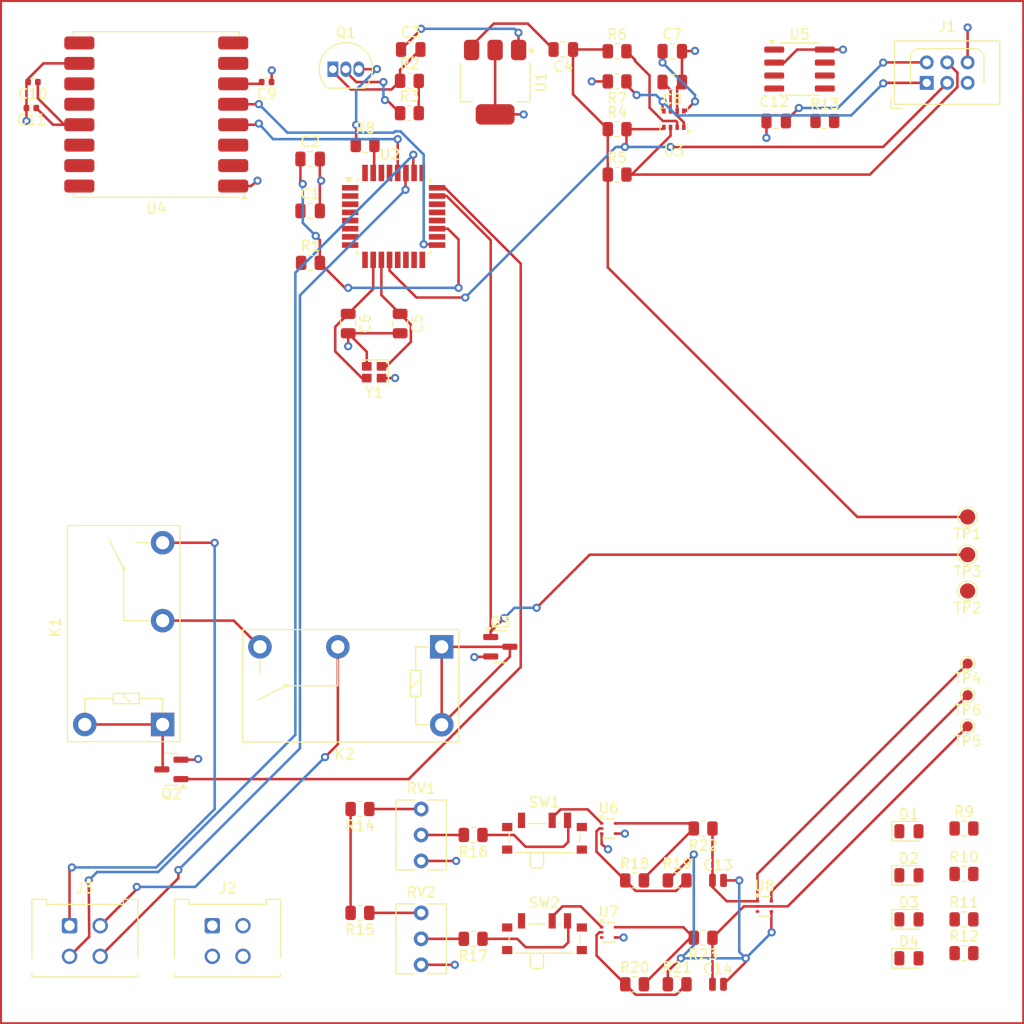
<source format=kicad_pcb>
(kicad_pcb (version 20221018) (generator pcbnew)
  (layers (0 "F.Cu" signal) (31 "B.Cu" power) (34 "B.Paste" user) (35 "F.Paste" user) (36 "B.SilkS" user "B.Silkscreen") (37 "F.SilkS" user "F.Silkscreen") (38 "B.Mask" user) (39 "F.Mask" user) (44 "Edge.Cuts" user))
  (net 0 "")
  (net 1 "GND")
  (net 2 "Net-(U4-RESET)")
  (net 3 "+3.3V")
  (net 4 "Net-(U8-+)")
  (net 5 "Net-(U8--)")
  (net 6 "Net-(Q1-C)")
  (net 7 "Net-(Q1-B)")
  (net 8 "+5V")
  (net 9 "Net-(R14-Pad1)")
  (net 10 "Net-(R16-Pad2)")
  (net 11 "Net-(R15-Pad1)")
  (net 12 "Net-(R17-Pad2)")
  (net 13 "Net-(SW1-B)")
  (net 14 "Net-(SW1-C)")
  (net 15 "Net-(SW2-B)")
  (net 16 "Net-(SW2-C)")
  (net 17 "Net-(U1-VI)")
  (net 18 "Net-(U1-VO)")
  (net 19 "/Sensor")
  (net 20 "/MOSI")
  (net 21 "/SCK")
  (net 22 "/MISO")
  (net 23 "Net-(U3-VDDIO)")
  (net 24 "Net-(U3-VDD)")
  (net 25 "/NSS")
  (net 28 "Net-(AE1-A)")
  (net 34 "/CAN_TX")
  (net 35 "/CAN_RX")
  (net 37 "Net-(U5-CANL)")
  (net 38 "Net-(U5-CANH)")
  (net 39 "Net-(U6--)")
  (net 40 "Net-(U2-AVCC)")
  (net 41 "Net-(TP1-TP)")
  (net 42 "Net-(U2-(PCINT26{slash}ADC0{slash}XTAL2)PE2)")
  (net 43 "Net-(U2-(PCINT25{slash}OC0B{slash}XTAL1)PE1)")
  (net 45 "Net-(D1-A)")
  (net 47 "Net-(D2-A)")
  (net 49 "Net-(D3-A)")
  (net 51 "Net-(D4-A)")
  (net 52 "/Reset")
  (net 53 "Net-(R18-Pad2)")
  (net 54 "Net-(U7--)")
  (net 55 "Net-(R20-Pad2)")
  (net 56 "/ANALOG_SS")
  (net 57 "/SENSOR_SS")
  (net 58 "/Analog Section/ANALOG_OUT")
  (net 59 "/+5")
  (net 60 "/CAN+")
  (net 61 "/CAN-")
  (net 62 "/ANALOG_A")
  (net 63 "/ANALOG_B")
  (net 65 "GND1")
  (net 77 "Net-(K1-Pad2)")
  (net 78 "/RESET")
  (net 79 "/SHDN_OUT")
  (net 80 "/SHDN_IN")
  (net 81 "/Analog Section/ANALOG_A")
  (net 82 "/Analog Section/ANALOG_B")
  (footprint "Package_TO_SOT_SMD:VSOF5" (layer "F.Cu") (at 133.1525 143.51)
    (fp_text reference "U7")
    (fp_text value "${SIM.PARAMS}")
  )
  (footprint "LED_SMD:LED_0805_2012Metric" (layer "F.Cu") (at 162.535 137.93)
    (fp_text reference "D2")
    (fp_text value "LED_0805")
  )
  (footprint "Package_TO_SOT_SMD:SOT-23" (layer "F.Cu") (at 122.555 115.57)
    (fp_text reference "Q3")
    (fp_text value "SSM3K333R")
  )
  (footprint "Resistor_SMD:R_0805_2012Metric" (layer "F.Cu") (at 167.9175 137.795)
    (fp_text reference "R10")
    (fp_text value "R_1K")
  )
  (footprint "Resistor_SMD:R_0805_2012Metric" (layer "F.Cu") (at 108.825 141.605 180)
    (fp_text reference "R15")
    (fp_text value "R_1K")
  )
  (footprint "Resistor_SMD:R_0805_2012Metric" (layer "F.Cu") (at 139.86 138.43)
    (fp_text reference "R19")
    (fp_text value "R_1K")
  )
  (footprint "Capacitor_SMD:C_0402_1005Metric" (layer "F.Cu") (at 76.835 60.325 180)
    (fp_text reference "C10")
    (fp_text value "C_20pF")
  )
  (footprint "TestPoint:TestPoint_Pad_D1.0mm" (layer "F.Cu") (at 168.275 117.221 180)
    (fp_text reference "TP4")
    (fp_text value "TP_SMD")
  )
  (footprint "Resistor_SMD:R_0805_2012Metric" (layer "F.Cu") (at 135.6925 138.43)
    (fp_text reference "R18")
    (fp_text value "R_1K")
  )
  (footprint "Connector_Molex:Molex_Micro-Fit_3.0_43045-0412_2x02_P3.00mm_Vertical" (layer "F.Cu") (at 80.415 142.86)
    (fp_text reference "J3")
    (fp_text value "MicroFit_RA_4")
  )
  (footprint "Capacitor_SMD:C_0805_2012Metric" (layer "F.Cu") (at 149.545 64.135)
    (fp_text reference "C12")
    (fp_text value "C_0.1uF")
  )
  (footprint "Resistor_SMD:R_0805_2012Metric" (layer "F.Cu") (at 139.86 148.59)
    (fp_text reference "R21")
    (fp_text value "R_1K")
  )
  (footprint "TestPoint:TestPoint_Pad_D1.0mm" (layer "F.Cu") (at 168.275 123.365 180)
    (fp_text reference "TP5")
    (fp_text value "TP_SMD")
  )
  (footprint "Resistor_SMD:R_0805_2012Metric" (layer "F.Cu") (at 133.985 64.935)
    (fp_text reference "R4")
    (fp_text value "R_10K")
  )
  (footprint "Resistor_SMD:R_0805_2012Metric" (layer "F.Cu") (at 167.9175 142.24)
    (fp_text reference "R11")
    (fp_text value "R_1K")
  )
  (footprint "Resistor_SMD:R_0805_2012Metric" (layer "F.Cu") (at 167.9175 133.35)
    (fp_text reference "R9")
    (fp_text value "R_1K")
  )
  (footprint "Relay_THT:Relay_SPST_Omron-G5Q-1A" (layer "F.Cu") (at 89.525 123.175 90)
    (fp_text reference "K1")
    (fp_text value "G5Q-1A4-DC5-5V")
  )
  (footprint "Resistor_SMD:R_0805_2012Metric" (layer "F.Cu") (at 113.665 60.213)
    (fp_text reference "R2")
    (fp_text value "R_10K")
  )
  (footprint "Resistor_SMD:R_0805_2012Metric" (layer "F.Cu") (at 142.4 144.04 180)
    (fp_text reference "R23")
    (fp_text value "R_1K")
  )
  (footprint "TestPoint:TestPoint_Pad_D1.5mm" (layer "F.Cu") (at 168.275 106.565 180)
    (fp_text reference "TP3")
    (fp_text value "TP")
  )
  (footprint "Package_TO_SOT_SMD:VSOF5" (layer "F.Cu") (at 133.1525 133.35)
    (fp_text reference "U6")
    (fp_text value "${SIM.PARAMS}")
  )
  (footprint "Connector_Harwin:Harwin_LTek-Male_2x03_P2.00mm_Vertical" (layer "F.Cu") (at 164.275 60.405)
    (fp_text reference "J1")
    (fp_text value "CONN_02X03")
  )
  (footprint "Crystal:Crystal_SMD_SeikoEpson_FA128-4Pin_2.0x1.6mm" (layer "F.Cu") (at 110.217 88.714 180)
    (fp_text reference "Y1")
    (fp_text value "Crystal_12MHz")
  )
  (footprint "Capacitor_SMD:C_0402_1005Metric" (layer "F.Cu") (at 99.695 60.325 180)
    (fp_text reference "C9")
    (fp_text value "C")
  )
  (footprint "Resistor_SMD:R_0805_2012Metric" (layer "F.Cu") (at 103.9895 78.014)
    (fp_text reference "R1")
    (fp_text value "R_100")
  )
  (footprint "Resistor_SMD:R_0805_2012Metric" (layer "F.Cu") (at 133.985 57.315)
    (fp_text reference "R6")
    (fp_text value "R_10K")
  )
  (footprint "Resistor_SMD:R_0805_2012Metric" (layer "F.Cu") (at 154.305 64.135)
    (fp_text reference "R13")
    (fp_text value "R_120_DNP")
  )
  (footprint "Capacitor_SMD:C_0504_1310Metric" (layer "F.Cu") (at 143.8525 148.59)
    (fp_text reference "C14")
    (fp_text value "C")
  )
  (footprint "TestPoint:TestPoint_Pad_D1.0mm" (layer "F.Cu") (at 168.275 120.315 180)
    (fp_text reference "TP6")
    (fp_text value "TP_SMD")
  )
  (footprint "Package_TO_SOT_THT:TO-92_Inline" (layer "F.Cu") (at 106.175 59.07)
    (fp_text reference "Q1")
    (fp_text value "BC547")
  )
  (footprint "LED_SMD:LED_0805_2012Metric" (layer "F.Cu") (at 162.535 146.05)
    (fp_text reference "D4")
    (fp_text value "LED_0805")
  )
  (footprint "Resistor_SMD:R_0805_2012Metric" (layer "F.Cu") (at 119.8975 133.985 180)
    (fp_text reference "R16")
    (fp_text value "R_1K")
  )
  (footprint "Capacitor_SMD:C_0805_2012Metric" (layer "F.Cu") (at 113.795 57.14)
    (fp_text reference "C3")
    (fp_text value "C_1uF")
  )
  (footprint "TestPoint:TestPoint_Pad_D1.5mm" (layer "F.Cu") (at 168.275 110.115 180)
    (fp_text reference "TP2")
    (fp_text value "TP")
  )
  (footprint "Resistor_SMD:R_0805_2012Metric" (layer "F.Cu") (at 109.328 66.489)
    (fp_text reference "R8")
    (fp_text value "R_10K")
  )
  (footprint "Package_QFP:TQFP-32_7x7mm_P0.8mm" (layer "F.Cu") (at 112.122 73.474)
    (fp_text reference "U2")
    (fp_text value "ATMEGA16M1")
  )
  (footprint "Package_TO_SOT_SMD:VSOF5" (layer "F.Cu") (at 148.3925 140.97)
    (fp_text reference "U8")
    (fp_text value "${SIM.PARAMS}")
  )
  (footprint "Resistor_SMD:R_0805_2012Metric" (layer "F.Cu") (at 167.9175 145.55)
    (fp_text reference "R12")
    (fp_text value "R_1K")
  )
  (footprint "Package_SO:SOIC-8_3.9x4.9mm_P1.27mm" (layer "F.Cu") (at 151.83 59.055)
    (fp_text reference "U5")
    (fp_text value "TJA1042T")
  )
  (footprint "Capacitor_SMD:C_0805_2012Metric" (layer "F.Cu") (at 103.952 72.934)
    (fp_text reference "C1")
    (fp_text value "C_1uF")
  )
  (footprint "Button_Switch_SMD:SW_SPDT_PCM12" (layer "F.Cu") (at 126.8825 133.985)
    (fp_text reference "SW1")
    (fp_text value "SW_SPDT")
  )
  (footprint "Package_LGA:Bosch_LGA-8_2x2.5mm_P0.65mm_ClockwisePinNumbering" (layer "F.Cu") (at 139.535 63.96 180)
    (fp_text reference "U3")
    (fp_text value "BMP280")
  )
  (footprint "Resistor_SMD:R_0805_2012Metric" (layer "F.Cu") (at 108.825 131.445 180)
    (fp_text reference "R14")
    (fp_text value "R_1K")
  )
  (footprint "Relay_THT:Relay_SPST_Omron-G5Q-1A" (layer "F.Cu") (at 116.825 115.58 180)
    (fp_text reference "K2")
    (fp_text value "G5Q-1A4-DC5-5V")
  )
  (footprint "Capacitor_SMD:C_0805_2012Metric" (layer "F.Cu") (at 103.952 67.854)
    (fp_text reference "C2")
    (fp_text value "C_100pF")
  )
  (footprint "Capacitor_SMD:C_0805_2012Metric" (layer "F.Cu") (at 139.38 57.315)
    (fp_text reference "C7")
    (fp_text value "C_100nF")
  )
  (footprint "Capacitor_SMD:C_0805_2012Metric" (layer "F.Cu") (at 128.72 57.14 180)
    (fp_text reference "C4")
    (fp_text value "C_1uF")
  )
  (footprint "Capacitor_SMD:C_0402_1005Metric" (layer "F.Cu") (at 76.68 62.865 180)
    (fp_text reference "C11")
    (fp_text value "C_20pF")
  )
  (footprint "TestPoint:TestPoint_Pad_D1.5mm" (layer "F.Cu") (at 168.275 102.87 180)
    (fp_text reference "TP1")
    (fp_text value "TP")
  )
  (footprint "Resistor_SMD:R_0805_2012Metric" (layer "F.Cu") (at 113.665 63.373)
    (fp_text reference "R3")
    (fp_text value "R_10K")
  )
  (footprint "RF_Module:HOPERF_RFM9XW_SMD" (layer "F.Cu") (at 88.9 63.5 180)
    (fp_text reference "U4")
    (fp_text value "RFM69HCW")
  )
  (footprint "Button_Switch_SMD:SW_SPDT_PCM12" (layer "F.Cu") (at 126.8825 143.815)
    (fp_text reference "SW2")
    (fp_text value "SW_SPDT")
  )
  (footprint "Potentiometer_THT:Potentiometer_Vishay_T73XW_Horizontal" (layer "F.Cu") (at 114.8175 141.605)
    (fp_text reference "RV2")
    (fp_text value "R_Potentiometer")
  )
  (footprint "Connector_Molex:Molex_Micro-Fit_3.0_43045-0412_2x02_P3.00mm_Vertical" (layer "F.Cu") (at 94.385 142.86)
    (fp_text reference "J2")
    (fp_text value "MicroFit_RA_4")
  )
  (footprint "Resistor_SMD:R_0805_2012Metric" (layer "F.Cu") (at 133.985 60.265 180)
    (fp_text reference "R7")
    (fp_text value "R_10K")
  )
  (footprint "Resistor_SMD:R_0805_2012Metric" (layer "F.Cu") (at 119.8975 144.145 180)
    (fp_text reference "R17")
    (fp_text value "R_1K")
  )
  (footprint "Resistor_SMD:R_0805_2012Metric" (layer "F.Cu") (at 133.985 69.38)
    (fp_text reference "R5")
    (fp_text value "R_10K")
  )
  (footprint "Package_TO_SOT_SMD:SOT-223-3_TabPin2" (layer "F.Cu") (at 122.05 60.34 -90)
    (fp_text reference "U1")
    (fp_text value "TC1262-33")
  )
  (footprint "Resistor_SMD:R_0805_2012Metric" (layer "F.Cu") (at 135.6925 148.59)
    (fp_text reference "R20")
    (fp_text value "R_1K")
  )
  (footprint "Capacitor_SMD:C_0805_2012Metric" (layer "F.Cu") (at 139.38 60.325 180)
    (fp_text reference "C8")
    (fp_text value "C_100nF")
  )
  (footprint "Resistor_SMD:R_0805_2012Metric" (layer "F.Cu") (at 142.4 133.35 180)
    (fp_text reference "R22")
    (fp_text value "R_1K")
  )
  (footprint "Potentiometer_THT:Potentiometer_Vishay_T73XW_Horizontal" (layer "F.Cu") (at 114.8175 131.445)
    (fp_text reference "RV1")
    (fp_text value "R_Potentiometer")
  )
  (footprint "LED_SMD:LED_0805_2012Metric" (layer "F.Cu") (at 162.535 142.24)
    (fp_text reference "D3")
    (fp_text value "LED_0805")
  )
  (footprint "Capacitor_SMD:C_0504_1310Metric" (layer "F.Cu") (at 143.8525 138.43)
    (fp_text reference "C13")
    (fp_text value "C")
  )
  (footprint "Capacitor_SMD:C_0805_2012Metric" (layer "F.Cu") (at 112.757 83.954 -90)
    (fp_text reference "C5")
    (fp_text value "C_30pF")
  )
  (footprint "Capacitor_SMD:C_0805_2012Metric" (layer "F.Cu") (at 107.677 83.954 -90)
    (fp_text reference "C6")
    (fp_text value "C_30pF")
  )
  (footprint "Package_TO_SOT_SMD:SOT-23" (layer "F.Cu") (at 90.3755 127.569 180)
    (fp_text reference "Q2")
    (fp_text value "SSM3K333R")
  )
  (footprint "LED_SMD:LED_0805_2012Metric" (layer "F.Cu") (at 162.535 133.62)
    (fp_text reference "D1")
    (fp_text value "LED_0805")
  )
  (gr_rect (start 73.7125 52.4) (end 173.7125 152.4) (stroke (width 0.2)) (fill none) (layer "F.Cu"))
  (segment (start 134.747 133.858) (end 134.62 133.858) (width 0.25) (layer "F.Cu") (net 1))
  (segment (start 76.2 60.48) (end 76.355 60.325) (width 0.25) (layer "F.Cu") (net 1))
  (segment (start 149.0725 143.475) (end 149.1075 143.51) (width 0.25) (layer "F.Cu") (net 1))
  (segment (start 133.0725 60.265) (end 131.505 60.265) (width 0.25) (layer "F.Cu") (net 1))
  (segment (start 154.305 57.15) (end 156.083 57.15) (width 0.25) (layer "F.Cu") (net 1))
  (segment (start 105.029 70.104) (end 105.029 70.104) (width 0.25) (layer "F.Cu") (net 1))
  (segment (start 144.3925 138.43) (end 145.9325 138.43) (width 0.25) (layer "F.Cu") (net 1))
  (segment (start 139.86 60.795) (end 139.86 63.16) (width 0.25) (layer "F.Cu") (net 1))
  (segment (start 122.05 63.49) (end 124.831 63.49) (width 0.25) (layer "F.Cu") (net 1))
  (segment (start 141.605 57.277) (end 141.567 57.315) (width 0.25) (layer "F.Cu") (net 1))
  (segment (start 138.9475 147.32) (end 138.9475 148.59) (width 0.25) (layer "F.Cu") (net 1))
  (segment (start 133.8325 144.01) (end 134.485 144.01) (width 0.25) (layer "F.Cu") (net 1))
  (segment (start 139.86 63.623604) (end 139.86 63.16) (width 0.25) (layer "F.Cu") (net 1))
  (segment (start 112.757 84.904) (end 107.677 84.904) (width 0.25) (layer "F.Cu") (net 1))
  (segment (start 98.156 70.5) (end 98.806 69.977) (width 0.25) (layer "F.Cu") (net 1))
  (segment (start 104.902 70.104) (end 105.029 69.977) (width 0.25) (layer "F.Cu") (net 1))
  (segment (start 148.595 65.781) (end 148.59 65.786) (width 0.25) (layer "F.Cu") (net 1))
  (segment (start 168.275 58.405) (end 168.275 54.991) (width 0.25) (layer "F.Cu") (net 1))
  (segment (start 134.62 144.018) (end 134.493 144.018) (width 0.25) (layer "F.Cu") (net 1))
  (segment (start 134.612 133.85) (end 134.747 133.858) (width 0.25) (layer "F.Cu") (net 1))
  (segment (start 104.902 67.854) (end 104.902 69.977) (width 0.25) (layer "F.Cu") (net 1))
  (segment (start 98.806 69.977) (end 98.679 69.977) (width 0.25) (layer "F.Cu") (net 1))
  (segment (start 149.355 58.42) (end 150.329999 58.42) (width 0.25) (layer "F.Cu") (net 1))
  (segment (start 133.8325 133.85) (end 134.612 133.85) (width 0.25) (layer "F.Cu") (net 1))
  (segment (start 76.2 62.865) (end 76.2 64.135) (width 0.25) (layer "F.Cu") (net 1))
  (segment (start 148.595 64.135) (end 148.595 65.781) (width 0.25) (layer "F.Cu") (net 1))
  (segment (start 118.237 136.525) (end 118.11 136.525) (width 0.25) (layer "F.Cu") (net 1))
  (segment (start 112.174 89.289) (end 112.268 89.281) (width 0.25) (layer "F.Cu") (net 1))
  (segment (start 91.313 126.619) (end 92.928 126.619) (width 0.25) (layer "F.Cu") (net 1))
  (segment (start 76.355 60.015001) (end 77.870001 58.5) (width 0.25) (layer "F.Cu") (net 1))
  (segment (start 120.015 116.586) (end 120.076 116.52) (width 0.25) (layer "F.Cu") (net 1))
  (segment (start 104.902 69.977) (end 105.029 69.977) (width 0.25) (layer "F.Cu") (net 1))
  (segment (start 96.918 70.993) (end 96.425 70.5) (width 0.25) (layer "F.Cu") (net 1))
  (segment (start 77.870001 58.5) (end 81.375 58.5) (width 0.25) (layer "F.Cu") (net 1))
  (segment (start 76.2 62.865) (end 76.2 60.48) (width 0.25) (layer "F.Cu") (net 1))
  (segment (start 149.0725 141.47) (end 149.0725 143.475) (width 0.25) (layer "F.Cu") (net 1))
  (segment (start 107.677 84.904) (end 107.677 86.174) (width 0.25) (layer "F.Cu") (net 1))
  (segment (start 121.6175 116.52) (end 120.015 116.586) (width 0.25) (layer "F.Cu") (net 1))
  (segment (start 140.51 64.76) (end 140.51 64.273604) (width 0.25) (layer "F.Cu") (net 1))
  (segment (start 100.175 60.325) (end 100.203 59.182) (width 0.25) (layer "F.Cu") (net 1))
  (segment (start 92.928 126.619) (end 92.994 126.553) (width 0.25) (layer "F.Cu") (net 1))
  (segment (start 112.268 89.281) (end 112.19 89.289) (width 0.25) (layer "F.Cu") (net 1))
  (segment (start 140.33 57.315) (end 141.605 57.277) (width 0.25) (layer "F.Cu") (net 1))
  (segment (start 144.3925 148.59) (end 146.5675 146.415) (width 0.25) (layer "F.Cu") (net 1))
  (segment (start 150.329999 58.42) (end 151.599999 57.15) (width 0.25) (layer "F.Cu") (net 1))
  (segment (start 114.8175 136.525) (end 118.237 136.525) (width 0.25) (layer "F.Cu") (net 1))
  (segment (start 76.355 60.325) (end 76.355 60.015001) (width 0.25) (layer "F.Cu") (net 1))
  (segment (start 110.942 89.289) (end 112.174 89.289) (width 0.25) (layer "F.Cu") (net 1))
  (segment (start 138.9475 138.43) (end 141.4875 135.89) (width 0.25) (layer "F.Cu") (net 1))
  (segment (start 114.8175 146.685) (end 118.11 146.685) (width 0.25) (layer "F.Cu") (net 1))
  (segment (start 96.425 70.5) (end 98.156 70.5) (width 0.25) (layer "F.Cu") (net 1))
  (segment (start 140.2175 146.05) (end 138.9475 147.32) (width 0.25) (layer "F.Cu") (net 1))
  (segment (start 151.599999 57.15) (end 154.305 57.15) (width 0.25) (layer "F.Cu") (net 1))
  (segment (start 100.203 59.182) (end 100.175 59.281) (width 0.25) (layer "F.Cu") (net 1))
  (segment (start 109.492 86.719) (end 109.492 88.139) (width 0.25) (layer "F.Cu") (net 1))
  (segment (start 140.33 57.315) (end 140.33 60.325) (width 0.25) (layer "F.Cu") (net 1))
  (segment (start 140.33 60.325) (end 139.86 60.795) (width 0.25) (layer "F.Cu") (net 1))
  (segment (start 104.902 69.977) (end 104.902 69.977) (width 0.25) (layer "F.Cu") (net 1))
  (segment (start 134.485 144.01) (end 134.62 144.018) (width 0.25) (layer "F.Cu") (net 1))
  (segment (start 107.677 84.904) (end 109.492 86.719) (width 0.25) (layer "F.Cu") (net 1))
  (segment (start 112.19 89.289) (end 112.182 89.289) (width 0.25) (layer "F.Cu") (net 1))
  (segment (start 105.029 69.977) (end 105.029 70.104) (width 0.25) (layer "F.Cu") (net 1))
  (segment (start 156.083 57.15) (end 155.956 57.15) (width 0.25) (layer "F.Cu") (net 1))
  (segment (start 140.51 64.273604) (end 139.86 63.623604) (width 0.25) (layer "F.Cu") (net 1))
  (segment (start 124.831 63.49) (end 124.841 63.5) (width 0.25) (layer "F.Cu") (net 1))
  (segment (start 146.5675 146.415) (end 146.5675 146.05) (width 0.25) (layer "F.Cu") (net 1))
  (segment (start 122.05 57.19) (end 122.05 63.49) (width 0.25) (layer "F.Cu") (net 1))
  (segment (start 104.902 72.934) (end 104.902 70.104) (width 0.25) (layer "F.Cu") (net 1))
  (via (at 141.605 57.277) (size 0.8) (drill 0.4) (layers "F.Cu" "B.Cu") (net 1))
  (via (at 112.268 89.281) (size 0.8) (drill 0.4) (layers "F.Cu" "B.Cu") (net 1))
  (via (at 118.11 146.685) (size 0.8) (drill 0.4) (layers "F.Cu" "B.Cu") (net 1))
  (via (at 140.2175 146.05) (size 0.8) (drill 0.4) (layers "F.Cu" "B.Cu") (net 1))
  (via (at 92.994 126.553) (size 0.8) (drill 0.4) (layers "F.Cu" "B.Cu") (net 1))
  (via (at 145.9325 138.43) (size 0.8) (drill 0.4) (layers "F.Cu" "B.Cu") (net 1))
  (via (at 131.505 60.265) (size 0.8) (drill 0.4) (layers "F.Cu" "B.Cu") (net 1))
  (via (at 148.59 65.786) (size 0.8) (drill 0.4) (layers "F.Cu" "B.Cu") (net 1))
  (via (at 76.2 64.135) (size 0.8) (drill 0.4) (layers "F.Cu" "B.Cu") (net 1))
  (via (at 100.203 59.182) (size 0.8) (drill 0.4) (layers "F.Cu" "B.Cu") (net 1))
  (via (at 156.083 57.15) (size 0.8) (drill 0.4) (layers "F.Cu" "B.Cu") (net 1))
  (via (at 98.806 69.977) (size 0.8) (drill 0.4) (layers "F.Cu" "B.Cu") (net 1))
  (via (at 118.237 136.525) (size 0.8) (drill 0.4) (layers "F.Cu" "B.Cu") (net 1))
  (via (at 105.029 69.977) (size 0.8) (drill 0.4) (layers "F.Cu" "B.Cu") (net 1))
  (via (at 134.747 133.858) (size 0.8) (drill 0.4) (layers "F.Cu" "B.Cu") (net 1))
  (via (at 141.4875 135.89) (size 0.8) (drill 0.4) (layers "F.Cu" "B.Cu") (net 1))
  (via (at 134.62 144.018) (size 0.8) (drill 0.4) (layers "F.Cu" "B.Cu") (net 1))
  (via (at 149.1075 143.51) (size 0.8) (drill 0.4) (layers "F.Cu" "B.Cu") (net 1))
  (via (at 124.841 63.5) (size 0.8) (drill 0.4) (layers "F.Cu" "B.Cu") (net 1))
  (via (at 146.5675 146.05) (size 0.8) (drill 0.4) (layers "F.Cu" "B.Cu") (net 1))
  (via (at 107.677 86.174) (size 0.8) (drill 0.4) (layers "F.Cu" "B.Cu") (net 1))
  (via (at 168.275 54.991) (size 0.8) (drill 0.4) (layers "F.Cu" "B.Cu") (net 1))
  (via (at 120.015 116.586) (size 0.8) (drill 0.4) (layers "F.Cu" "B.Cu") (net 1))
  (segment (start 141.4875 144.78) (end 140.2175 146.05) (width 0.25) (layer "B.Cu") (net 1))
  (segment (start 140.2175 146.05) (end 146.5675 146.05) (width 0.25) (layer "B.Cu") (net 1))
  (segment (start 145.9325 138.43) (end 145.9325 145.415) (width 0.25) (layer "B.Cu") (net 1))
  (segment (start 141.4875 135.89) (end 141.4875 144.78) (width 0.25) (layer "B.Cu") (net 1))
  (segment (start 146.5675 146.05) (end 149.1075 143.51) (width 0.25) (layer "B.Cu") (net 1))
  (segment (start 145.9325 145.415) (end 146.5675 146.05) (width 0.25) (layer "B.Cu") (net 1))
  (segment (start 99.04 60.5) (end 99.215 60.325) (width 0.25) (layer "F.Cu") (net 2))
  (segment (start 96.425 60.5) (end 99.04 60.5) (width 0.25) (layer "F.Cu") (net 2))
  (segment (start 114.5775 60.213) (end 114.5775 63.373) (width 0.25) (layer "F.Cu") (net 3))
  (segment (start 78.795 64.5) (end 81.375 64.5) (width 0.25) (layer "F.Cu") (net 3))
  (segment (start 77.315 61.915) (end 79.9 64.5) (width 0.25) (layer "F.Cu") (net 3))
  (segment (start 77.16 62.865) (end 78.795 64.5) (width 0.25) (layer "F.Cu") (net 3))
  (segment (start 79.9 64.5) (end 81.375 64.5) (width 0.25) (layer "F.Cu") (net 3))
  (segment (start 77.315 60.325) (end 77.315 61.915) (width 0.25) (layer "F.Cu") (net 3))
  (segment (start 143.3125 138.43) (end 143.3125 139.069999) (width 0.25) (layer "F.Cu") (net 4))
  (segment (start 143.3125 133.35) (end 143.3125 138.43) (width 0.25) (layer "F.Cu") (net 4))
  (segment (start 147.7125 137.7835) (end 147.7125 140.47) (width 0.25) (layer "F.Cu") (net 4))
  (segment (start 144.712501 140.47) (end 147.7125 140.47) (width 0.25) (layer "F.Cu") (net 4))
  (segment (start 168.275 117.221) (end 147.7125 137.7835) (width 0.25) (layer "F.Cu") (net 4))
  (segment (start 143.3125 139.069999) (end 144.712501 140.47) (width 0.25) (layer "F.Cu") (net 4))
  (segment (start 168.275 123.365) (end 150.67 140.97) (width 0.25) (layer "F.Cu") (net 5))
  (segment (start 146.3825 140.97) (end 147.7125 140.97) (width 0.25) (layer "F.Cu") (net 5))
  (segment (start 150.67 140.97) (end 147.7125 140.97) (width 0.25) (layer "F.Cu") (net 5))
  (segment (start 143.3125 144.04) (end 143.3125 148.59) (width 0.25) (layer "F.Cu") (net 5))
  (segment (start 143.3125 144.04) (end 146.3825 140.97) (width 0.25) (layer "F.Cu") (net 5))
  (segment (start 107.93 61.05) (end 111.9155 61.05) (width 0.25) (layer "F.Cu") (net 6))
  (segment (start 112.7525 59.1325) (end 114.745 57.14) (width 0.25) (layer "F.Cu") (net 6))
  (segment (start 106.175 59.295) (end 107.93 61.05) (width 0.25) (layer "F.Cu") (net 6))
  (segment (start 112.7525 60.213) (end 112.7525 59.1325) (width 0.25) (layer "F.Cu") (net 6))
  (segment (start 111.9155 61.05) (end 112.7525 60.213) (width 0.25) (layer "F.Cu") (net 6))
  (segment (start 106.175 59.07) (end 106.175 59.295) (width 0.25) (layer "F.Cu") (net 6))
  (segment (start 107.445 59.07) (end 107.445 59.295) (width 0.25) (layer "F.Cu") (net 7))
  (segment (start 111.2725 62.088) (end 111.4675 62.088) (width 0.25) (layer "F.Cu") (net 7))
  (segment (start 108.475 60.325) (end 111.125 60.325) (width 0.25) (layer "F.Cu") (net 7))
  (segment (start 111.4675 62.088) (end 112.7525 63.373) (width 0.25) (layer "F.Cu") (net 7))
  (segment (start 107.445 59.295) (end 108.475 60.325) (width 0.25) (layer "F.Cu") (net 7))
  (via (at 111.2725 62.088) (size 0.8) (drill 0.4) (layers "F.Cu" "B.Cu") (net 7))
  (via (at 111.125 60.325) (size 0.8) (drill 0.4) (layers "F.Cu" "B.Cu") (net 7))
  (segment (start 111.125 60.325) (end 111.125 61.9405) (width 0.25) (layer "B.Cu") (net 7))
  (segment (start 111.125 61.9405) (end 111.2725 62.088) (width 0.25) (layer "B.Cu") (net 7))
  (segment (start 89.525 127.482) (end 89.438 127.569) (width 0.25) (layer "F.Cu") (net 8))
  (segment (start 81.905 123.175) (end 89.525 123.175) (width 0.25) (layer "F.Cu") (net 8))
  (segment (start 123.4925 116.5325) (end 123.4925 115.57) (width 0.25) (layer "F.Cu") (net 8))
  (segment (start 110.475 59.07) (end 110.49 59.055) (width 0.25) (layer "F.Cu") (net 8))
  (segment (start 133.096 135.382) (end 132.969 135.382) (width 0.25) (layer "F.Cu") (net 8))
  (segment (start 107.9125 131.445) (end 107.9125 141.605) (width 0.25) (layer "F.Cu") (net 8))
  (segment (start 150.495 64.135) (end 151.765 62.865) (width 0.25) (layer "F.Cu") (net 8))
  (segment (start 108.458 66.4465) (end 108.4155 66.489) (width 0.25) (layer "F.Cu") (net 8))
  (segment (start 108.715 59.07) (end 110.475 59.07) (width 0.25) (layer "F.Cu") (net 8))
  (segment (start 123.4825 115.58) (end 123.4925 115.57) (width 0.25) (layer "F.Cu") (net 8))
  (segment (start 108.458 64.516) (end 108.458 66.4465) (width 0.25) (layer "F.Cu") (net 8))
  (segment (start 116.825 115.58) (end 116.825 123.2) (width 0.25) (layer "F.Cu") (net 8))
  (segment (start 132.4725 133.85) (end 132.4725 134.8855) (width 0.25) (layer "F.Cu") (net 8))
  (segment (start 108.715 59.07) (end 108.715 58.845) (width 0.25) (layer "F.Cu") (net 8))
  (segment (start 108.715 59.07) (end 108.715 58.912918) (width 0.25) (layer "F.Cu") (net 8))
  (segment (start 160.035 58.405) (end 164.275 58.405) (width 0.25) (layer "F.Cu") (net 8))
  (segment (start 89.525 123.175) (end 89.525 127.482) (width 0.25) (layer "F.Cu") (net 8))
  (segment (start 116.825 115.58) (end 123.4825 115.58) (width 0.25) (layer "F.Cu") (net 8))
  (segment (start 116.825 123.2) (end 123.4925 116.5325) (width 0.25) (layer "F.Cu") (net 8))
  (segment (start 160.02 58.42) (end 160.035 58.405) (width 0.25) (layer "F.Cu") (net 8))
  (segment (start 132.4725 134.8855) (end 133.096 135.382) (width 0.25) (layer "F.Cu") (net 8))
  (via (at 110.49 59.055) (size 0.8) (drill 0.4) (layers "F.Cu" "B.Cu") (net 8))
  (via (at 133.096 135.382) (size 0.8) (drill 0.4) (layers "F.Cu" "B.Cu") (net 8))
  (via (at 160.02 58.42) (size 0.8) (drill 0.4) (layers "F.Cu" "B.Cu") (net 8))
  (via (at 151.765 62.865) (size 0.8) (drill 0.4) (layers "F.Cu" "B.Cu") (net 8))
  (via (at 108.458 64.516) (size 0.8) (drill 0.4) (layers "F.Cu" "B.Cu") (net 8))
  (segment (start 108.458 61.087) (end 108.458 64.516) (width 0.25) (layer "B.Cu") (net 8))
  (segment (start 155.575 62.865) (end 160.02 58.42) (width 0.25) (layer "B.Cu") (net 8))
  (segment (start 108.458 64.516) (end 108.458 64.643) (width 0.25) (layer "B.Cu") (net 8))
  (segment (start 151.765 62.865) (end 155.575 62.865) (width 0.25) (layer "B.Cu") (net 8))
  (segment (start 110.49 59.055) (end 108.458 61.087) (width 0.25) (layer "B.Cu") (net 8))
  (segment (start 109.7375 131.445) (end 114.8175 131.445) (width 0.25) (layer "F.Cu") (net 9))
  (segment (start 114.8175 133.985) (end 118.985 133.985) (width 0.25) (layer "F.Cu") (net 10))
  (segment (start 109.7375 141.605) (end 114.8175 141.605) (width 0.25) (layer "F.Cu") (net 11))
  (segment (start 114.8175 144.145) (end 118.985 144.145) (width 0.25) (layer "F.Cu") (net 12))
  (segment (start 131.1025 131.48) (end 132.4725 132.85) (width 0.25) (layer "F.Cu") (net 13))
  (segment (start 128.4575 131.48) (end 131.1025 131.48) (width 0.25) (layer "F.Cu") (net 13))
  (segment (start 127.6325 132.555) (end 127.6325 132.305) (width 0.25) (layer "F.Cu") (net 13))
  (segment (start 127.6325 132.305) (end 128.4575 131.48) (width 0.25) (layer "F.Cu") (net 13))
  (segment (start 129.2075 134.656726) (end 129.2075 132.63) (width 0.25) (layer "F.Cu") (net 14))
  (segment (start 120.81 133.985) (end 123.885774 133.985) (width 0.25) (layer "F.Cu") (net 14))
  (segment (start 125.040774 135.14) (end 128.724226 135.14) (width 0.25) (layer "F.Cu") (net 14))
  (segment (start 129.2075 132.63) (end 129.1325 132.555) (width 0.25) (layer "F.Cu") (net 14))
  (segment (start 123.885774 133.985) (end 125.040774 135.14) (width 0.25) (layer "F.Cu") (net 14))
  (segment (start 128.724226 135.14) (end 129.2075 134.656726) (width 0.25) (layer "F.Cu") (net 14))
  (segment (start 128.6475 140.97) (end 130.4325 140.97) (width 0.25) (layer "F.Cu") (net 15))
  (segment (start 127.6325 141.985) (end 128.6475 140.97) (width 0.25) (layer "F.Cu") (net 15))
  (segment (start 130.4325 140.97) (end 132.4725 143.01) (width 0.25) (layer "F.Cu") (net 15))
  (segment (start 127.6325 142.385) (end 127.6325 141.985) (width 0.25) (layer "F.Cu") (net 15))
  (segment (start 120.81 144.145) (end 124.215774 144.145) (width 0.25) (layer "F.Cu") (net 16))
  (segment (start 124.215774 144.145) (end 125.040774 144.97) (width 0.25) (layer "F.Cu") (net 16))
  (segment (start 125.040774 144.97) (end 128.724226 144.97) (width 0.25) (layer "F.Cu") (net 16))
  (segment (start 128.724226 144.97) (end 129.2075 144.486726) (width 0.25) (layer "F.Cu") (net 16))
  (segment (start 129.2075 144.486726) (end 129.2075 142.46) (width 0.25) (layer "F.Cu") (net 16))
  (segment (start 129.2075 142.46) (end 129.1325 142.385) (width 0.25) (layer "F.Cu") (net 16))
  (segment (start 112.845 57.14) (end 114.808 55.177) (width 0.25) (layer "F.Cu") (net 17))
  (segment (start 124.333 57.173) (end 124.35 57.19) (width 0.25) (layer "F.Cu") (net 17))
  (segment (start 124.333 55.499) (end 124.333 57.173) (width 0.25) (layer "F.Cu") (net 17))
  (segment (start 114.808 55.177) (end 114.808 55.118) (width 0.25) (layer "F.Cu") (net 17))
  (via (at 114.808 55.118) (size 0.8) (drill 0.4) (layers "F.Cu" "B.Cu") (net 17))
  (via (at 124.333 55.499) (size 0.8) (drill 0.4) (layers "F.Cu" "B.Cu") (net 17))
  (segment (start 123.952 55.118) (end 124.333 55.499) (width 0.25) (layer "B.Cu") (net 17))
  (segment (start 114.808 55.118) (end 123.952 55.118) (width 0.25) (layer "B.Cu") (net 17))
  (segment (start 125.24 54.61) (end 121.92 54.61) (width 0.25) (layer "F.Cu") (net 18))
  (segment (start 121.92 54.61) (end 119.75 56.78) (width 0.25) (layer "F.Cu") (net 18))
  (segment (start 127.77 57.14) (end 125.24 54.61) (width 0.25) (layer "F.Cu") (net 18))
  (segment (start 119.75 56.78) (end 119.75 57.19) (width 0.25) (layer "F.Cu") (net 18))
  (segment (start 139.86 64.26) (end 139.86 64.76) (width 0.25) (layer "F.Cu") (net 19))
  (segment (start 138.46 64.135) (end 139.735 64.135) (width 0.25) (layer "F.Cu") (net 19))
  (segment (start 135.735 58.265) (end 137.16 59.69) (width 0.25) (layer "F.Cu") (net 19))
  (segment (start 137.16 59.69) (end 137.16 62.835) (width 0.25) (layer "F.Cu") (net 19))
  (segment (start 135.735 58.1525) (end 135.735 58.265) (width 0.25) (layer "F.Cu") (net 19))
  (segment (start 137.16 62.835) (end 138.46 64.135) (width 0.25) (layer "F.Cu") (net 19))
  (segment (start 139.735 64.135) (end 139.86 64.26) (width 0.25) (layer "F.Cu") (net 19))
  (segment (start 134.8975 57.315) (end 135.735 58.1525) (width 0.25) (layer "F.Cu") (net 19))
  (segment (start 166.275 58.405) (end 167.275 59.405) (width 0.25) (layer "F.Cu") (net 20))
  (segment (start 139.21 65.58) (end 139.21 64.76) (width 0.25) (layer "F.Cu") (net 20))
  (segment (start 167.275 60.819214) (end 158.714214 69.38) (width 0.25) (layer "F.Cu") (net 20))
  (segment (start 134.8975 69.38) (end 135.41 69.38) (width 0.25) (layer "F.Cu") (net 20))
  (segment (start 135.41 69.38) (end 139.21 65.58) (width 0.25) (layer "F.Cu") (net 20))
  (segment (start 167.275 59.405) (end 167.275 60.819214) (width 0.25) (layer "F.Cu") (net 20))
  (segment (start 158.714214 69.38) (end 134.8975 69.38) (width 0.25) (layer "F.Cu") (net 20))
  (segment (start 138.385 64.935) (end 138.56 64.76) (width 0.25) (layer "F.Cu") (net 21))
  (segment (start 112.522 65.913) (end 112.522 66.04) (width 0.25) (layer "F.Cu") (net 21))
  (segment (start 111.722 78.774) (end 114.355 81.407) (width 0.25) (layer "F.Cu") (net 21))
  (segment (start 134.8975 66.5245) (end 134.747 66.675) (width 0.25) (layer "F.Cu") (net 21))
  (segment (start 134.8975 64.935) (end 134.8975 66.5245) (width 0.25) (layer "F.Cu") (net 21))
  (segment (start 166.275 60.405) (end 160.005 66.675) (width 0.25) (layer "F.Cu") (net 21))
  (segment (start 112.522 69.224) (end 112.522 65.913) (width 0.25) (layer "F.Cu") (net 21))
  (segment (start 96.425 64.5) (end 98.822 64.5) (width 0.25) (layer "F.Cu") (net 21))
  (segment (start 134.8975 64.935) (end 138.385 64.935) (width 0.25) (layer "F.Cu") (net 21))
  (segment (start 111.722 77.724) (end 111.722 78.774) (width 0.25) (layer "F.Cu") (net 21))
  (segment (start 160.005 66.675) (end 139.192 66.675) (width 0.25) (layer "F.Cu") (net 21))
  (segment (start 98.822 64.5) (end 98.933 64.389) (width 0.25) (layer "F.Cu") (net 21))
  (segment (start 114.355 81.407) (end 119.126 81.407) (width 0.25) (layer "F.Cu") (net 21))
  (via (at 112.522 65.913) (size 0.8) (drill 0.4) (layers "F.Cu" "B.Cu") (net 21))
  (via (at 119.126 81.407) (size 0.8) (drill 0.4) (layers "F.Cu" "B.Cu") (net 21))
  (via (at 139.192 66.675) (size 0.8) (drill 0.4) (layers "F.Cu" "B.Cu") (net 21))
  (via (at 134.747 66.675) (size 0.8) (drill 0.4) (layers "F.Cu" "B.Cu") (net 21))
  (via (at 98.933 64.389) (size 0.8) (drill 0.4) (layers "F.Cu" "B.Cu") (net 21))
  (segment (start 100.33 65.913) (end 98.933 64.389) (width 0.25) (layer "B.Cu") (net 21))
  (segment (start 119.126 81.407) (end 133.858 66.675) (width 0.25) (layer "B.Cu") (net 21))
  (segment (start 112.522 65.913) (end 100.33 65.913) (width 0.25) (layer "B.Cu") (net 21))
  (segment (start 134.747 66.675) (end 139.192 66.675) (width 0.25) (layer "B.Cu") (net 21))
  (segment (start 98.933 64.389) (end 98.933 64.516) (width 0.25) (layer "B.Cu") (net 21))
  (segment (start 133.858 66.675) (end 134.747 66.675) (width 0.25) (layer "B.Cu") (net 21))
  (segment (start 134.8975 60.265) (end 134.8975 60.6025) (width 0.25) (layer "F.Cu") (net 22))
  (segment (start 160.053 60.405) (end 160.1 60.405) (width 0.25) (layer "F.Cu") (net 22))
  (segment (start 138.43 62.23) (end 138.43 63.03) (width 0.25) (layer "F.Cu") (net 22))
  (segment (start 160.147 60.405) (end 160.02 60.452) (width 0.25) (layer "F.Cu") (net 22))
  (segment (start 138.43 63.03) (end 138.56 63.16) (width 0.25) (layer "F.Cu") (net 22))
  (segment (start 164.275 60.405) (end 160.147 60.405) (width 0.25) (layer "F.Cu") (net 22))
  (segment (start 160.02 60.452) (end 160.053 60.405) (width 0.25) (layer "F.Cu") (net 22))
  (segment (start 134.8975 60.6025) (end 135.89 61.595) (width 0.25) (layer "F.Cu") (net 22))
  (via (at 135.89 61.595) (size 0.8) (drill 0.4) (layers "F.Cu" "B.Cu") (net 22))
  (via (at 138.43 62.23) (size 0.8) (drill 0.4) (layers "F.Cu" "B.Cu") (net 22))
  (via (at 160.02 60.452) (size 0.8) (drill 0.4) (layers "F.Cu" "B.Cu") (net 22))
  (segment (start 139.79 63.59) (end 138.43 62.23) (width 0.25) (layer "B.Cu") (net 22))
  (segment (start 135.89 61.595) (end 137.795 61.595) (width 0.25) (layer "B.Cu") (net 22))
  (segment (start 160.02 60.452) (end 156.882 63.59) (width 0.25) (layer "B.Cu") (net 22))
  (segment (start 137.795 61.595) (end 138.43 62.23) (width 0.25) (layer "B.Cu") (net 22))
  (segment (start 156.882 63.59) (end 139.79 63.59) (width 0.25) (layer "B.Cu") (net 22))
  (segment (start 139.21 63.16) (end 139.21 61.105) (width 0.25) (layer "F.Cu") (net 23))
  (segment (start 139.21 61.105) (end 138.43 60.325) (width 0.25) (layer "F.Cu") (net 23))
  (segment (start 140.51 63.16) (end 140.675 63.16) (width 0.25) (layer "F.Cu") (net 24))
  (segment (start 138.43 57.315) (end 138.43 58.42) (width 0.25) (layer "F.Cu") (net 24))
  (segment (start 140.675 63.16) (end 141.605 62.23) (width 0.25) (layer "F.Cu") (net 24))
  (via (at 141.605 62.23) (size 0.8) (drill 0.4) (layers "F.Cu" "B.Cu") (net 24))
  (via (at 138.43 58.42) (size 0.8) (drill 0.4) (layers "F.Cu" "B.Cu") (net 24))
  (segment (start 138.43 58.42) (end 141.605 61.595) (width 0.25) (layer "B.Cu") (net 24))
  (segment (start 141.605 61.595) (end 141.605 62.23) (width 0.25) (layer "B.Cu") (net 24))
  (segment (start 98.933 62.484) (end 98.806 62.484) (width 0.25) (layer "F.Cu") (net 25))
  (segment (start 96.425 62.5) (end 98.79 62.5) (width 0.25) (layer "F.Cu") (net 25))
  (segment (start 116.298 76.2) (end 116.372 76.274) (width 0.25) (layer "F.Cu") (net 25))
  (segment (start 98.79 62.5) (end 98.933 62.484) (width 0.25) (layer "F.Cu") (net 25))
  (segment (start 115.062 76.2) (end 116.298 76.2) (width 0.25) (layer "F.Cu") (net 25))
  (via (at 115.062 76.2) (size 0.8) (drill 0.4) (layers "F.Cu" "B.Cu") (net 25))
  (via (at 98.933 62.484) (size 0.8) (drill 0.4) (layers "F.Cu" "B.Cu") (net 25))
  (segment (start 112.131695 65.278) (end 112.258695 65.151) (width 0.25) (layer "B.Cu") (net 25))
  (segment (start 101.727 65.278) (end 112.131695 65.278) (width 0.25) (layer "B.Cu") (net 25))
  (segment (start 112.785305 65.151) (end 115.062 67.427695) (width 0.25) (layer "B.Cu") (net 25))
  (segment (start 115.062 67.427695) (end 115.062 76.2) (width 0.25) (layer "B.Cu") (net 25))
  (segment (start 112.258695 65.151) (end 112.785305 65.151) (width 0.25) (layer "B.Cu") (net 25))
  (segment (start 98.933 62.484) (end 101.727 65.278) (width 0.25) (layer "B.Cu") (net 25))
  (segment (start 131.9625 135.6125) (end 134.78 138.43) (width 0.25) (layer "F.Cu") (net 39))
  (segment (start 132.4725 133.35) (end 132.24776 133.35) (width 0.25) (layer "F.Cu") (net 39))
  (segment (start 134.78 138.43) (end 135.805 139.455) (width 0.25) (layer "F.Cu") (net 39))
  (segment (start 139.7475 139.455) (end 140.7725 138.43) (width 0.25) (layer "F.Cu") (net 39))
  (segment (start 132.24776 133.35) (end 131.9625 133.63526) (width 0.25) (layer "F.Cu") (net 39))
  (segment (start 135.805 139.455) (end 139.7475 139.455) (width 0.25) (layer "F.Cu") (net 39))
  (segment (start 131.9625 133.63526) (end 131.9625 135.6125) (width 0.25) (layer "F.Cu") (net 39))
  (segment (start 118.472 75.724) (end 117.422 74.674) (width 0.25) (layer "F.Cu") (net 40))
  (segment (start 103.002 70.069) (end 103.232 70.299) (width 0.25) (layer "F.Cu") (net 40))
  (segment (start 107.347 80.459) (end 107.677 80.459) (width 0.25) (layer "F.Cu") (net 40))
  (segment (start 104.902 78.014) (end 107.347 80.459) (width 0.25) (layer "F.Cu") (net 40))
  (segment (start 104.502 75.379) (end 104.902 75.779) (width 0.25) (layer "F.Cu") (net 40))
  (segment (start 118.472 80.459) (end 118.472 75.724) (width 0.25) (layer "F.Cu") (net 40))
  (segment (start 117.422 74.674) (end 116.372 74.674) (width 0.25) (layer "F.Cu") (net 40))
  (segment (start 104.902 75.779) (end 104.902 78.014) (width 0.25) (layer "F.Cu") (net 40))
  (segment (start 103.002 67.854) (end 103.002 70.069) (width 0.25) (layer "F.Cu") (net 40))
  (via (at 107.677 80.459) (size 0.8) (drill 0.4) (layers "F.Cu" "B.Cu") (net 40))
  (via (at 104.502 75.379) (size 0.8) (drill 0.4) (layers "F.Cu" "B.Cu") (net 40))
  (via (at 103.232 70.299) (size 0.8) (drill 0.4) (layers "F.Cu" "B.Cu") (net 40))
  (via (at 118.472 80.459) (size 0.8) (drill 0.4) (layers "F.Cu" "B.Cu") (net 40))
  (segment (start 107.677 80.459) (end 118.472 80.459) (width 0.25) (layer "B.Cu") (net 40))
  (segment (start 103.232 74.109) (end 104.502 75.379) (width 0.25) (layer "B.Cu") (net 40))
  (segment (start 103.232 70.299) (end 103.232 74.109) (width 0.25) (layer "B.Cu") (net 40))
  (segment (start 168.275 102.87) (end 157.48 102.87) (width 0.25) (layer "F.Cu") (net 41))
  (segment (start 157.48 102.87) (end 133.0725 78.4625) (width 0.25) (layer "F.Cu") (net 41))
  (segment (start 129.67 57.14) (end 132.8975 57.14) (width 0.25) (layer "F.Cu") (net 41))
  (segment (start 133.0725 64.935) (end 129.67 61.5325) (width 0.25) (layer "F.Cu") (net 41))
  (segment (start 129.67 61.5325) (end 129.67 57.14) (width 0.25) (layer "F.Cu") (net 41))
  (segment (start 133.0725 78.4625) (end 133.0725 69.38) (width 0.25) (layer "F.Cu") (net 41))
  (segment (start 133.0725 64.935) (end 133.0725 69.38) (width 0.25) (layer "F.Cu") (net 41))
  (segment (start 132.8975 57.14) (end 133.0725 57.315) (width 0.25) (layer "F.Cu") (net 41))
  (segment (start 113.807 84.054) (end 112.757 83.004) (width 0.25) (layer "F.Cu") (net 42))
  (segment (start 110.942 88.139) (end 111.416999 88.139) (width 0.25) (layer "F.Cu") (net 42))
  (segment (start 113.807 85.748999) (end 113.807 84.054) (width 0.25) (layer "F.Cu") (net 42))
  (segment (start 110.922 77.724) (end 110.922 81.169) (width 0.25) (layer "F.Cu") (net 42))
  (segment (start 111.416999 88.139) (end 113.807 85.748999) (width 0.25) (layer "F.Cu") (net 42))
  (segment (start 110.922 81.169) (end 112.757 83.004) (width 0.25) (layer "F.Cu") (net 42))
  (segment (start 109.017001 89.289) (end 106.407 86.678999) (width 0.25) (layer "F.Cu") (net 43))
  (segment (start 110.122 77.724) (end 110.122 80.559) (width 0.25) (layer "F.Cu") (net 43))
  (segment (start 109.492 89.289) (end 109.017001 89.289) (width 0.25) (layer "F.Cu") (net 43))
  (segment (start 106.407 84.274) (end 107.677 83.004) (width 0.25) (layer "F.Cu") (net 43))
  (segment (start 106.407 86.678999) (end 106.407 84.274) (width 0.25) (layer "F.Cu") (net 43))
  (segment (start 110.122 80.559) (end 107.677 83.004) (width 0.25) (layer "F.Cu") (net 43))
  (segment (start 110.217 66.489) (end 110.217 69.129) (width 0.25) (layer "F.Cu") (net 52))
  (segment (start 110.217 69.129) (end 110.122 69.224) (width 0.25) (layer "F.Cu") (net 52))
  (segment (start 140.9875 132.85) (end 141.4875 133.35) (width 0.25) (layer "F.Cu") (net 53))
  (segment (start 136.605 138.2325) (end 141.4875 133.35) (width 0.25) (layer "F.Cu") (net 53))
  (segment (start 136.605 138.43) (end 136.605 138.2325) (width 0.25) (layer "F.Cu") (net 53))
  (segment (start 133.8325 132.85) (end 140.9875 132.85) (width 0.25) (layer "F.Cu") (net 53))
  (segment (start 132.24776 143.51) (end 131.9725 143.78526) (width 0.25) (layer "F.Cu") (net 54))
  (segment (start 134.78 148.59) (end 135.805 149.615) (width 0.25) (layer "F.Cu") (net 54))
  (segment (start 139.7475 149.615) (end 140.7725 148.59) (width 0.25) (layer "F.Cu") (net 54))
  (segment (start 131.9725 143.78526) (end 131.9725 145.7825) (width 0.25) (layer "F.Cu") (net 54))
  (segment (start 132.4725 143.51) (end 132.24776 143.51) (width 0.25) (layer "F.Cu") (net 54))
  (segment (start 131.9725 145.7825) (end 134.78 148.59) (width 0.25) (layer "F.Cu") (net 54))
  (segment (start 135.805 149.615) (end 139.7475 149.615) (width 0.25) (layer "F.Cu") (net 54))
  (segment (start 141.155 144.04) (end 141.4875 144.04) (width 0.25) (layer "F.Cu") (net 55))
  (segment (start 133.8325 143.01) (end 140.4575 143.01) (width 0.25) (layer "F.Cu") (net 55))
  (segment (start 136.605 148.59) (end 141.155 144.04) (width 0.25) (layer "F.Cu") (net 55))
  (segment (start 140.4575 143.01) (end 141.4875 144.04) (width 0.25) (layer "F.Cu") (net 55))
  (segment (start 117.133396 70.674) (end 116.372 70.674) (width 0.25) (layer "F.Cu") (net 56))
  (segment (start 113.591966 128.519) (end 124.555 117.555966) (width 0.25) (layer "F.Cu") (net 56))
  (segment (start 124.555 117.555966) (end 124.555 78.095604) (width 0.25) (layer "F.Cu") (net 56))
  (segment (start 91.313 128.519) (end 113.591966 128.519) (width 0.25) (layer "F.Cu") (net 56))
  (segment (start 124.555 78.095604) (end 117.133396 70.674) (width 0.25) (layer "F.Cu") (net 56))
  (segment (start 121.6175 75.7945) (end 117.297 71.474) (width 0.25) (layer "F.Cu") (net 57))
  (segment (start 121.6175 114.62) (end 121.6175 75.7945) (width 0.25) (layer "F.Cu") (net 57))
  (segment (start 168.275 106.565) (end 131.306 106.565) (width 0.25) (layer "F.Cu") (net 57))
  (segment (start 131.306 106.565) (end 126.111 111.76) (width 0.25) (layer "F.Cu") (net 57))
  (segment (start 121.6175 114.0945) (end 122.936 112.776) (width 0.25) (layer "F.Cu") (net 57))
  (segment (start 121.6175 114.62) (end 121.6175 114.0945) (width 0.25) (layer "F.Cu") (net 57))
  (segment (start 117.297 71.474) (end 116.372 71.474) (width 0.25) (layer "F.Cu") (net 57))
  (via (at 122.936 112.776) (size 0.8) (drill 0.4) (layers "F.Cu" "B.Cu") (net 57))
  (via (at 126.111 111.76) (size 0.8) (drill 0.4) (layers "F.Cu" "B.Cu") (net 57))
  (segment (start 126.111 111.76) (end 123.952 111.76) (width 0.25) (layer "B.Cu") (net 57))
  (segment (start 123.952 111.76) (end 122.936 112.776) (width 0.25) (layer "B.Cu") (net 57))
  (segment (start 149.0725 139.5175) (end 168.275 120.315) (width 0.25) (layer "F.Cu") (net 58))
  (segment (start 149.0725 140.47) (end 149.0725 139.5175) (width 0.25) (layer "F.Cu") (net 58))
  (segment (start 114.046 69.148) (end 114.122 69.224) (width 0.25) (layer "F.Cu") (net 62))
  (segment (start 82.296 138.43) (end 82.34 138.474) (width 0.25) (layer "F.Cu") (net 62))
  (segment (start 82.34 143.935) (end 82.296 138.43) (width 0.25) (layer "F.Cu") (net 62))
  (segment (start 80.415 145.86) (end 82.34 143.935) (width 0.25) (layer "F.Cu") (net 62))
  (segment (start 114.046 67.437) (end 114.046 69.148) (width 0.25) (layer "F.Cu") (net 62))
  (via (at 82.296 138.43) (size 0.8) (drill 0.4) (layers "F.Cu" "B.Cu") (net 62))
  (via (at 114.046 67.437) (size 0.8) (drill 0.4) (layers "F.Cu" "B.Cu") (net 62))
  (segment (start 102.507 124.189396) (end 102.507 78.976) (width 0.25) (layer "B.Cu") (net 62))
  (segment (start 102.507 78.976) (end 114.046 67.437) (width 0.25) (layer "B.Cu") (net 62))
  (segment (start 89.086396 137.61) (end 102.507 124.189396) (width 0.25) (layer "B.Cu") (net 62))
  (segment (start 82.296 138.43) (end 83.116 137.61) (width 0.25) (layer "B.Cu") (net 62))
  (segment (start 83.116 137.61) (end 89.086396 137.61) (width 0.25) (layer "B.Cu") (net 62))
  (segment (start 83.415 145.86) (end 91.059 138.216) (width 0.25) (layer "F.Cu") (net 63))
  (segment (start 91.059 137.414) (end 91.059 137.541) (width 0.25) (layer "F.Cu") (net 63))
  (segment (start 91.059 138.216) (end 91.059 137.414) (width 0.25) (layer "F.Cu") (net 63))
  (segment (start 113.284 70.866) (end 113.284 69.262) (width 0.25) (layer "F.Cu") (net 63))
  (segment (start 113.284 69.262) (end 113.322 69.224) (width 0.25) (layer "F.Cu") (net 63))
  (via (at 113.284 70.866) (size 0.8) (drill 0.4) (layers "F.Cu" "B.Cu") (net 63))
  (via (at 91.059 137.414) (size 0.8) (drill 0.4) (layers "F.Cu" "B.Cu") (net 63))
  (segment (start 91.059 137.414) (end 102.957 125.516) (width 0.25) (layer "B.Cu") (net 63))
  (segment (start 102.957 81.193) (end 113.284 70.866) (width 0.25) (layer "B.Cu") (net 63))
  (segment (start 102.957 125.516) (end 102.957 81.193) (width 0.25) (layer "B.Cu") (net 63))
  (segment (start 96.48 113.015) (end 99.045 115.58) (width 0.25) (layer "F.Cu") (net 77))
  (segment (start 89.525 113.015) (end 96.48 113.015) (width 0.25) (layer "F.Cu") (net 77))
  (segment (start 105.41 126.365) (end 106.665 125.11) (width 0.25) (layer "F.Cu") (net 79))
  (segment (start 106.665 125.11) (end 106.665 115.58) (width 0.25) (layer "F.Cu") (net 79))
  (segment (start 83.415 142.86) (end 86.995 139.28) (width 0.25) (layer "F.Cu") (net 79))
  (segment (start 86.995 139.28) (end 86.995 139.065) (width 0.25) (layer "F.Cu") (net 79))
  (via (at 105.41 126.365) (size 0.8) (drill 0.4) (layers "F.Cu" "B.Cu") (net 79))
  (via (at 86.995 139.065) (size 0.8) (drill 0.4) (layers "F.Cu" "B.Cu") (net 79))
  (segment (start 92.71 139.065) (end 105.41 126.365) (width 0.25) (layer "B.Cu") (net 79))
  (segment (start 86.995 139.065) (end 92.71 139.065) (width 0.25) (layer "B.Cu") (net 79))
  (segment (start 80.415 137.39) (end 80.415 142.86) (width 0.25) (layer "F.Cu") (net 80))
  (segment (start 89.525 105.395) (end 94.6 105.395) (width 0.25) (layer "F.Cu") (net 80))
  (segment (start 94.6 105.395) (end 94.615 105.41) (width 0.25) (layer "F.Cu") (net 80))
  (segment (start 80.645 137.16) (end 80.415 137.39) (width 0.25) (layer "F.Cu") (net 80))
  (via (at 94.615 105.41) (size 0.8) (drill 0.4) (layers "F.Cu" "B.Cu") (net 80))
  (via (at 80.645 137.16) (size 0.8) (drill 0.4) (layers "F.Cu" "B.Cu") (net 80))
  (segment (start 94.615 131.445) (end 88.9 137.16) (width 0.25) (layer "B.Cu") (net 80))
  (segment (start 94.615 105.41) (end 94.615 131.445) (width 0.25) (layer "B.Cu") (net 80))
  (segment (start 88.9 137.16) (end 80.645 137.16) (width 0.25) (layer "B.Cu") (net 80))
)
</source>
